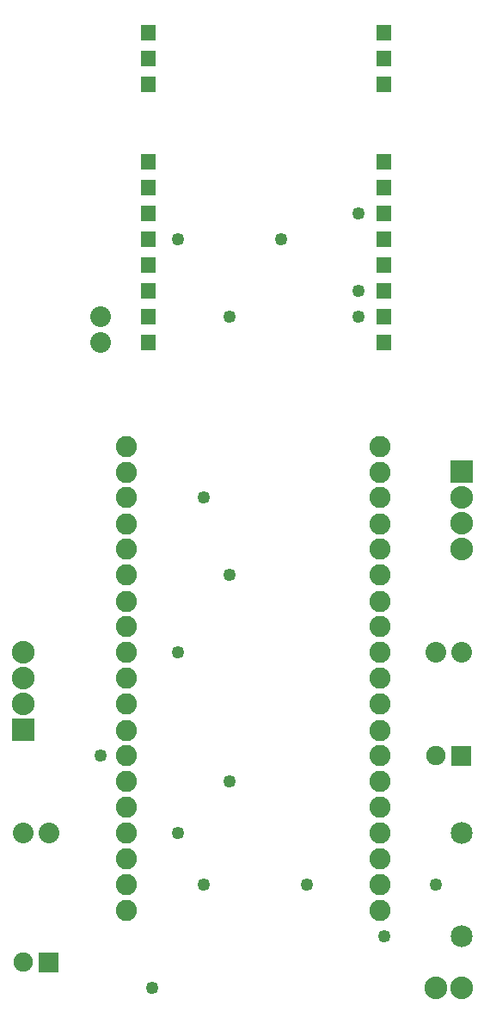
<source format=gts>
G04 MADE WITH FRITZING*
G04 WWW.FRITZING.ORG*
G04 DOUBLE SIDED*
G04 HOLES PLATED*
G04 CONTOUR ON CENTER OF CONTOUR VECTOR*
%ASAXBY*%
%FSLAX23Y23*%
%MOIN*%
%OFA0B0*%
%SFA1.0B1.0*%
%ADD10C,0.088000*%
%ADD11C,0.081824*%
%ADD12C,0.080000*%
%ADD13C,0.075000*%
%ADD14C,0.085000*%
%ADD15C,0.049370*%
%ADD16R,0.088000X0.088000*%
%ADD17C,0.030000*%
%ADD18C,0.010000*%
%ADD19R,0.001000X0.001000*%
%LNMASK1*%
G90*
G70*
G54D10*
X130Y1202D03*
X130Y1302D03*
X130Y1402D03*
X130Y1502D03*
G54D11*
X530Y2301D03*
X530Y2201D03*
X530Y2102D03*
X530Y2001D03*
X530Y1902D03*
X530Y1802D03*
X530Y1701D03*
X530Y1602D03*
X530Y1502D03*
X530Y1402D03*
X530Y1302D03*
X530Y1201D03*
X530Y1102D03*
X530Y1002D03*
X530Y902D03*
X530Y802D03*
X530Y703D03*
X530Y602D03*
X530Y502D03*
X1516Y502D03*
X1516Y602D03*
X1516Y703D03*
X1516Y802D03*
X1516Y902D03*
X1516Y1002D03*
X1516Y1102D03*
X1516Y1201D03*
X1516Y1302D03*
X1516Y1402D03*
X1516Y1502D03*
X1516Y1602D03*
X1516Y1701D03*
X1516Y1802D03*
X1516Y1902D03*
X1516Y2001D03*
X1516Y2102D03*
X1516Y2201D03*
X1516Y2301D03*
G54D12*
X1730Y1502D03*
X1831Y1502D03*
X230Y802D03*
X130Y802D03*
X430Y2702D03*
X430Y2802D03*
G54D10*
X1830Y202D03*
X1730Y202D03*
X1830Y2202D03*
X1830Y2102D03*
X1830Y2002D03*
X1830Y1902D03*
G54D13*
X130Y302D03*
X230Y302D03*
X130Y302D03*
X230Y302D03*
X1730Y1102D03*
X1830Y1102D03*
X1730Y1102D03*
X1830Y1102D03*
G54D14*
X1830Y402D03*
X1830Y802D03*
G54D15*
X1430Y3202D03*
X1430Y2902D03*
X1430Y2802D03*
X1130Y3102D03*
X930Y2802D03*
X730Y3102D03*
X430Y1102D03*
X730Y1502D03*
X1530Y402D03*
X830Y2102D03*
X930Y1802D03*
X930Y1002D03*
X830Y602D03*
X730Y802D03*
X1730Y602D03*
X1230Y602D03*
X630Y202D03*
G54D16*
X130Y1202D03*
X1830Y2202D03*
G54D17*
G36*
X1859Y173D02*
X1801Y173D01*
X1801Y231D01*
X1859Y231D01*
X1859Y173D01*
G37*
D02*
G54D18*
G36*
X646Y3932D02*
X646Y3873D01*
X587Y3873D01*
X587Y3932D01*
G37*
D02*
G36*
X646Y3832D02*
X646Y3773D01*
X587Y3773D01*
X587Y3832D01*
G37*
D02*
G36*
X646Y3732D02*
X646Y3673D01*
X587Y3673D01*
X587Y3732D01*
G37*
D02*
G36*
X646Y3433D02*
X646Y3374D01*
X587Y3374D01*
X587Y3433D01*
G37*
D02*
G36*
X646Y3333D02*
X646Y3274D01*
X587Y3274D01*
X587Y3333D01*
G37*
D02*
G36*
X646Y3233D02*
X646Y3174D01*
X587Y3174D01*
X587Y3233D01*
G37*
D02*
G36*
X646Y3133D02*
X646Y3074D01*
X587Y3074D01*
X587Y3133D01*
G37*
D02*
G36*
X646Y3033D02*
X646Y2974D01*
X587Y2974D01*
X587Y3033D01*
G37*
D02*
G36*
X646Y2933D02*
X646Y2874D01*
X587Y2874D01*
X587Y2933D01*
G37*
D02*
G36*
X646Y2833D02*
X646Y2774D01*
X587Y2774D01*
X587Y2833D01*
G37*
D02*
G36*
X646Y2733D02*
X646Y2674D01*
X587Y2674D01*
X587Y2733D01*
G37*
D02*
G36*
X1559Y2733D02*
X1559Y2674D01*
X1500Y2674D01*
X1500Y2733D01*
G37*
D02*
G36*
X1559Y2833D02*
X1559Y2774D01*
X1500Y2774D01*
X1500Y2833D01*
G37*
D02*
G36*
X1559Y2933D02*
X1559Y2874D01*
X1500Y2874D01*
X1500Y2933D01*
G37*
D02*
G36*
X1559Y3033D02*
X1559Y2974D01*
X1500Y2974D01*
X1500Y3033D01*
G37*
D02*
G36*
X1559Y3133D02*
X1559Y3074D01*
X1500Y3074D01*
X1500Y3133D01*
G37*
D02*
G36*
X1559Y3233D02*
X1559Y3174D01*
X1500Y3174D01*
X1500Y3233D01*
G37*
D02*
G36*
X1559Y3333D02*
X1559Y3274D01*
X1500Y3274D01*
X1500Y3333D01*
G37*
D02*
G36*
X1559Y3433D02*
X1559Y3374D01*
X1500Y3374D01*
X1500Y3433D01*
G37*
D02*
G36*
X1559Y3732D02*
X1559Y3673D01*
X1500Y3673D01*
X1500Y3732D01*
G37*
D02*
G36*
X1559Y3832D02*
X1559Y3773D01*
X1500Y3773D01*
X1500Y3832D01*
G37*
D02*
G36*
X1559Y3932D02*
X1559Y3873D01*
X1500Y3873D01*
X1500Y3932D01*
G37*
D02*
G54D19*
X1792Y1139D02*
X1866Y1139D01*
X1792Y1138D02*
X1866Y1138D01*
X1792Y1137D02*
X1866Y1137D01*
X1792Y1136D02*
X1866Y1136D01*
X1792Y1135D02*
X1866Y1135D01*
X1792Y1134D02*
X1866Y1134D01*
X1792Y1133D02*
X1866Y1133D01*
X1792Y1132D02*
X1866Y1132D01*
X1792Y1131D02*
X1866Y1131D01*
X1792Y1130D02*
X1866Y1130D01*
X1792Y1129D02*
X1866Y1129D01*
X1792Y1128D02*
X1866Y1128D01*
X1792Y1127D02*
X1866Y1127D01*
X1792Y1126D02*
X1866Y1126D01*
X1792Y1125D02*
X1866Y1125D01*
X1792Y1124D02*
X1866Y1124D01*
X1792Y1123D02*
X1866Y1123D01*
X1792Y1122D02*
X1866Y1122D01*
X1792Y1121D02*
X1866Y1121D01*
X1792Y1120D02*
X1866Y1120D01*
X1792Y1119D02*
X1866Y1119D01*
X1792Y1118D02*
X1866Y1118D01*
X1792Y1117D02*
X1866Y1117D01*
X1792Y1116D02*
X1866Y1116D01*
X1792Y1115D02*
X1866Y1115D01*
X1792Y1114D02*
X1866Y1114D01*
X1792Y1113D02*
X1866Y1113D01*
X1792Y1112D02*
X1866Y1112D01*
X1792Y1111D02*
X1827Y1111D01*
X1832Y1111D02*
X1866Y1111D01*
X1792Y1110D02*
X1824Y1110D01*
X1834Y1110D02*
X1866Y1110D01*
X1792Y1109D02*
X1823Y1109D01*
X1836Y1109D02*
X1866Y1109D01*
X1792Y1108D02*
X1822Y1108D01*
X1837Y1108D02*
X1866Y1108D01*
X1792Y1107D02*
X1821Y1107D01*
X1838Y1107D02*
X1866Y1107D01*
X1792Y1106D02*
X1821Y1106D01*
X1838Y1106D02*
X1866Y1106D01*
X1792Y1105D02*
X1820Y1105D01*
X1838Y1105D02*
X1866Y1105D01*
X1792Y1104D02*
X1820Y1104D01*
X1839Y1104D02*
X1866Y1104D01*
X1792Y1103D02*
X1820Y1103D01*
X1839Y1103D02*
X1866Y1103D01*
X1792Y1102D02*
X1820Y1102D01*
X1839Y1102D02*
X1866Y1102D01*
X1792Y1101D02*
X1820Y1101D01*
X1839Y1101D02*
X1866Y1101D01*
X1792Y1100D02*
X1820Y1100D01*
X1838Y1100D02*
X1866Y1100D01*
X1792Y1099D02*
X1821Y1099D01*
X1838Y1099D02*
X1866Y1099D01*
X1792Y1098D02*
X1821Y1098D01*
X1838Y1098D02*
X1866Y1098D01*
X1792Y1097D02*
X1822Y1097D01*
X1837Y1097D02*
X1866Y1097D01*
X1792Y1096D02*
X1823Y1096D01*
X1836Y1096D02*
X1866Y1096D01*
X1792Y1095D02*
X1824Y1095D01*
X1835Y1095D02*
X1866Y1095D01*
X1792Y1094D02*
X1826Y1094D01*
X1832Y1094D02*
X1866Y1094D01*
X1792Y1093D02*
X1866Y1093D01*
X1792Y1092D02*
X1866Y1092D01*
X1792Y1091D02*
X1866Y1091D01*
X1792Y1090D02*
X1866Y1090D01*
X1792Y1089D02*
X1866Y1089D01*
X1792Y1088D02*
X1866Y1088D01*
X1792Y1087D02*
X1866Y1087D01*
X1792Y1086D02*
X1866Y1086D01*
X1792Y1085D02*
X1866Y1085D01*
X1792Y1084D02*
X1866Y1084D01*
X1792Y1083D02*
X1866Y1083D01*
X1792Y1082D02*
X1866Y1082D01*
X1792Y1081D02*
X1866Y1081D01*
X1792Y1080D02*
X1866Y1080D01*
X1792Y1079D02*
X1866Y1079D01*
X1792Y1078D02*
X1866Y1078D01*
X1792Y1077D02*
X1866Y1077D01*
X1792Y1076D02*
X1866Y1076D01*
X1792Y1075D02*
X1866Y1075D01*
X1792Y1074D02*
X1866Y1074D01*
X1792Y1073D02*
X1866Y1073D01*
X1792Y1072D02*
X1866Y1072D01*
X1792Y1071D02*
X1866Y1071D01*
X1792Y1070D02*
X1866Y1070D01*
X1792Y1069D02*
X1866Y1069D01*
X1792Y1068D02*
X1866Y1068D01*
X1792Y1067D02*
X1866Y1067D01*
X1792Y1066D02*
X1866Y1066D01*
X1793Y1065D02*
X1866Y1065D01*
X193Y339D02*
X267Y339D01*
X193Y338D02*
X267Y338D01*
X193Y337D02*
X267Y337D01*
X193Y336D02*
X267Y336D01*
X193Y335D02*
X267Y335D01*
X193Y334D02*
X267Y334D01*
X193Y333D02*
X267Y333D01*
X193Y332D02*
X267Y332D01*
X193Y331D02*
X267Y331D01*
X193Y330D02*
X267Y330D01*
X193Y329D02*
X267Y329D01*
X193Y328D02*
X267Y328D01*
X193Y327D02*
X267Y327D01*
X193Y326D02*
X267Y326D01*
X193Y325D02*
X267Y325D01*
X193Y324D02*
X267Y324D01*
X193Y323D02*
X267Y323D01*
X193Y322D02*
X267Y322D01*
X193Y321D02*
X267Y321D01*
X193Y320D02*
X267Y320D01*
X193Y319D02*
X267Y319D01*
X193Y318D02*
X267Y318D01*
X193Y317D02*
X267Y317D01*
X193Y316D02*
X267Y316D01*
X193Y315D02*
X267Y315D01*
X193Y314D02*
X267Y314D01*
X193Y313D02*
X267Y313D01*
X193Y312D02*
X267Y312D01*
X193Y311D02*
X227Y311D01*
X233Y311D02*
X267Y311D01*
X193Y310D02*
X225Y310D01*
X235Y310D02*
X267Y310D01*
X193Y309D02*
X223Y309D01*
X236Y309D02*
X267Y309D01*
X193Y308D02*
X222Y308D01*
X237Y308D02*
X267Y308D01*
X193Y307D02*
X222Y307D01*
X238Y307D02*
X267Y307D01*
X193Y306D02*
X221Y306D01*
X238Y306D02*
X267Y306D01*
X193Y305D02*
X221Y305D01*
X239Y305D02*
X267Y305D01*
X193Y304D02*
X221Y304D01*
X239Y304D02*
X267Y304D01*
X193Y303D02*
X221Y303D01*
X239Y303D02*
X267Y303D01*
X193Y302D02*
X221Y302D01*
X239Y302D02*
X267Y302D01*
X193Y301D02*
X221Y301D01*
X239Y301D02*
X267Y301D01*
X193Y300D02*
X221Y300D01*
X239Y300D02*
X267Y300D01*
X193Y299D02*
X221Y299D01*
X238Y299D02*
X267Y299D01*
X193Y298D02*
X222Y298D01*
X238Y298D02*
X267Y298D01*
X193Y297D02*
X222Y297D01*
X237Y297D02*
X267Y297D01*
X193Y296D02*
X223Y296D01*
X236Y296D02*
X267Y296D01*
X193Y295D02*
X225Y295D01*
X235Y295D02*
X267Y295D01*
X193Y294D02*
X227Y294D01*
X233Y294D02*
X267Y294D01*
X193Y293D02*
X267Y293D01*
X193Y292D02*
X267Y292D01*
X193Y291D02*
X267Y291D01*
X193Y290D02*
X267Y290D01*
X193Y289D02*
X267Y289D01*
X193Y288D02*
X267Y288D01*
X193Y287D02*
X267Y287D01*
X193Y286D02*
X267Y286D01*
X193Y285D02*
X267Y285D01*
X193Y284D02*
X267Y284D01*
X193Y283D02*
X267Y283D01*
X193Y282D02*
X267Y282D01*
X193Y281D02*
X267Y281D01*
X193Y280D02*
X267Y280D01*
X193Y279D02*
X267Y279D01*
X193Y278D02*
X267Y278D01*
X193Y277D02*
X267Y277D01*
X193Y276D02*
X267Y276D01*
X193Y275D02*
X267Y275D01*
X193Y274D02*
X267Y274D01*
X193Y273D02*
X267Y273D01*
X193Y272D02*
X267Y272D01*
X193Y271D02*
X267Y271D01*
X193Y270D02*
X267Y270D01*
X193Y269D02*
X267Y269D01*
X193Y268D02*
X267Y268D01*
X193Y267D02*
X267Y267D01*
X193Y266D02*
X267Y266D01*
X193Y265D02*
X266Y265D01*
D02*
G04 End of Mask1*
M02*
</source>
